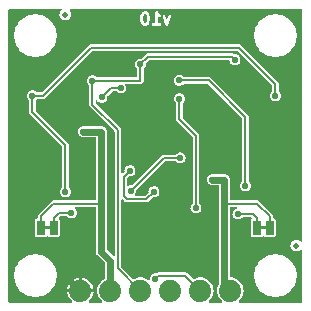
<source format=gbl>
%TF.GenerationSoftware,KiCad,Pcbnew,8.0.5*%
%TF.CreationDate,2024-09-30T10:49:06+01:00*%
%TF.ProjectId,Soft_Power_Switch,536f6674-5f50-46f7-9765-725f53776974,v01*%
%TF.SameCoordinates,Original*%
%TF.FileFunction,Copper,L2,Bot*%
%TF.FilePolarity,Positive*%
%FSLAX46Y46*%
G04 Gerber Fmt 4.6, Leading zero omitted, Abs format (unit mm)*
G04 Created by KiCad (PCBNEW 8.0.5) date 2024-09-30 10:49:06*
%MOMM*%
%LPD*%
G01*
G04 APERTURE LIST*
%ADD10C,0.254000*%
%TA.AperFunction,EtchedComponent*%
%ADD11C,0.000000*%
%TD*%
%TA.AperFunction,ComponentPad*%
%ADD12C,1.879600*%
%TD*%
%TA.AperFunction,SMDPad,CuDef*%
%ADD13C,0.500000*%
%TD*%
%TA.AperFunction,SMDPad,CuDef*%
%ADD14R,0.660400X1.270000*%
%TD*%
%TA.AperFunction,ViaPad*%
%ADD15C,0.560000*%
%TD*%
%TA.AperFunction,Conductor*%
%ADD16C,0.558800*%
%TD*%
%TA.AperFunction,Conductor*%
%ADD17C,0.177800*%
%TD*%
G04 APERTURE END LIST*
D10*
G36*
X11899053Y24663433D02*
G01*
X11918292Y24644194D01*
X11951220Y24578338D01*
X11992428Y24413506D01*
X11992428Y24202869D01*
X11951220Y24038037D01*
X11918292Y23972181D01*
X11899054Y23952944D01*
X11847543Y23927188D01*
X11810741Y23927188D01*
X11759229Y23952944D01*
X11739992Y23972181D01*
X11707064Y24038037D01*
X11665856Y24202869D01*
X11665856Y24413506D01*
X11707064Y24578338D01*
X11739992Y24644194D01*
X11759231Y24663433D01*
X11810741Y24689188D01*
X11847543Y24689188D01*
X11899053Y24663433D01*
G37*
G36*
X14162159Y23546188D02*
G01*
X11284856Y23546188D01*
X11284856Y24429140D01*
X11411856Y24429140D01*
X11411856Y24187235D01*
X11412281Y24182914D01*
X11412006Y24181061D01*
X11413377Y24171789D01*
X11414296Y24162459D01*
X11415012Y24160729D01*
X11415648Y24156433D01*
X11464029Y23962909D01*
X11464681Y23961082D01*
X11464747Y23960166D01*
X11468689Y23949866D01*
X11472405Y23939464D01*
X11472952Y23938726D01*
X11473645Y23936915D01*
X11522026Y23840153D01*
X11528739Y23829489D01*
X11530022Y23826391D01*
X11532883Y23822905D01*
X11535288Y23819084D01*
X11537821Y23816887D01*
X11545815Y23807146D01*
X11594196Y23758765D01*
X11603939Y23750769D01*
X11606135Y23748238D01*
X11609951Y23745836D01*
X11613441Y23742972D01*
X11616538Y23741689D01*
X11627204Y23734975D01*
X11723966Y23686595D01*
X11747218Y23677698D01*
X11751768Y23677375D01*
X11755985Y23675628D01*
X11780761Y23673188D01*
X11877523Y23673188D01*
X11902299Y23675628D01*
X11906515Y23677375D01*
X11911067Y23677698D01*
X11934318Y23686595D01*
X12031080Y23734975D01*
X12041746Y23741690D01*
X12044843Y23742972D01*
X12048329Y23745834D01*
X12052150Y23748238D01*
X12054347Y23750772D01*
X12064088Y23758765D01*
X12112469Y23807146D01*
X12120462Y23816887D01*
X12122996Y23819084D01*
X12125400Y23822905D01*
X12127090Y23824964D01*
X12381915Y23824964D01*
X12381915Y23775412D01*
X12400878Y23729631D01*
X12435918Y23694591D01*
X12481699Y23675628D01*
X12506475Y23673188D01*
X13087047Y23673188D01*
X13111823Y23675628D01*
X13157604Y23694591D01*
X13192644Y23729631D01*
X13211607Y23775412D01*
X13211607Y23824964D01*
X13192644Y23870745D01*
X13157604Y23905785D01*
X13111823Y23924748D01*
X13087047Y23927188D01*
X12923761Y23927188D01*
X12923761Y24466815D01*
X12933489Y24460691D01*
X13030251Y24412310D01*
X13053502Y24403412D01*
X13102931Y24399899D01*
X13149942Y24415570D01*
X13187377Y24448037D01*
X13192838Y24458959D01*
X13300077Y24458959D01*
X13306112Y24434806D01*
X13548017Y23757474D01*
X13558648Y23734962D01*
X13562925Y23730238D01*
X13565655Y23724474D01*
X13579437Y23711998D01*
X13591904Y23698226D01*
X13597663Y23695498D01*
X13602391Y23691218D01*
X13619896Y23684967D01*
X13636688Y23677012D01*
X13643053Y23676696D01*
X13649056Y23674552D01*
X13667617Y23675475D01*
X13686179Y23674552D01*
X13692181Y23676696D01*
X13698548Y23677012D01*
X13715343Y23684968D01*
X13732845Y23691218D01*
X13737570Y23695497D01*
X13743332Y23698225D01*
X13755803Y23712003D01*
X13769581Y23724474D01*
X13772309Y23730236D01*
X13776588Y23734961D01*
X13787219Y23757473D01*
X14029124Y24434806D01*
X14035159Y24458959D01*
X14032699Y24508451D01*
X14011486Y24553235D01*
X13974750Y24586491D01*
X13928084Y24603157D01*
X13878593Y24600697D01*
X13833809Y24579483D01*
X13800553Y24542747D01*
X13789922Y24520235D01*
X13667618Y24177786D01*
X13545314Y24520236D01*
X13534683Y24542748D01*
X13501427Y24579484D01*
X13456643Y24600697D01*
X13407151Y24603157D01*
X13360486Y24586491D01*
X13323750Y24553235D01*
X13302537Y24508451D01*
X13300077Y24458959D01*
X13192838Y24458959D01*
X13209537Y24492357D01*
X13213050Y24541786D01*
X13197379Y24588797D01*
X13164912Y24626232D01*
X13143843Y24639494D01*
X13065515Y24678658D01*
X12992215Y24751959D01*
X12902431Y24886635D01*
X12902375Y24886703D01*
X12902358Y24886745D01*
X12902263Y24886840D01*
X12886658Y24905896D01*
X12876209Y24912894D01*
X12867318Y24921785D01*
X12855823Y24926547D01*
X12845485Y24933470D01*
X12833154Y24935937D01*
X12821537Y24940748D01*
X12809094Y24940748D01*
X12796893Y24943188D01*
X12784560Y24940748D01*
X12771985Y24940748D01*
X12760487Y24935986D01*
X12748282Y24933571D01*
X12737820Y24926597D01*
X12726204Y24921785D01*
X12717406Y24912987D01*
X12707053Y24906085D01*
X12700055Y24895637D01*
X12691164Y24886745D01*
X12686402Y24875251D01*
X12679479Y24864912D01*
X12677012Y24852582D01*
X12672201Y24840964D01*
X12669786Y24816449D01*
X12669761Y24816320D01*
X12669769Y24816277D01*
X12669761Y24816188D01*
X12669761Y23927188D01*
X12506475Y23927188D01*
X12481699Y23924748D01*
X12435918Y23905785D01*
X12400878Y23870745D01*
X12381915Y23824964D01*
X12127090Y23824964D01*
X12128262Y23826391D01*
X12129544Y23829489D01*
X12136258Y23840153D01*
X12184639Y23936915D01*
X12185332Y23938728D01*
X12185879Y23939465D01*
X12189591Y23949858D01*
X12193537Y23960166D01*
X12193602Y23961082D01*
X12194255Y23962909D01*
X12242636Y24156433D01*
X12243271Y24160729D01*
X12243988Y24162459D01*
X12244906Y24171789D01*
X12246278Y24181061D01*
X12246002Y24182914D01*
X12246428Y24187235D01*
X12246428Y24429140D01*
X12246002Y24433462D01*
X12246278Y24435314D01*
X12244906Y24444587D01*
X12243988Y24453916D01*
X12243271Y24455647D01*
X12242636Y24459942D01*
X12194255Y24653466D01*
X12193602Y24655294D01*
X12193537Y24656209D01*
X12189591Y24666518D01*
X12185879Y24676910D01*
X12185332Y24677648D01*
X12184639Y24679460D01*
X12136258Y24776222D01*
X12129544Y24786887D01*
X12128262Y24789984D01*
X12125400Y24793471D01*
X12122996Y24797291D01*
X12120462Y24799489D01*
X12112469Y24809229D01*
X12064088Y24857610D01*
X12054347Y24865604D01*
X12052150Y24868137D01*
X12048329Y24870542D01*
X12044843Y24873403D01*
X12041745Y24874686D01*
X12031081Y24881399D01*
X11934319Y24929780D01*
X11911068Y24938678D01*
X11906515Y24939002D01*
X11902299Y24940748D01*
X11877523Y24943188D01*
X11780761Y24943188D01*
X11755985Y24940748D01*
X11751768Y24939002D01*
X11747216Y24938678D01*
X11723965Y24929780D01*
X11627203Y24881399D01*
X11616538Y24874686D01*
X11613441Y24873403D01*
X11609954Y24870542D01*
X11606134Y24868137D01*
X11603936Y24865604D01*
X11594196Y24857610D01*
X11545815Y24809229D01*
X11537821Y24799489D01*
X11535288Y24797291D01*
X11532883Y24793471D01*
X11530022Y24789984D01*
X11528739Y24786887D01*
X11522026Y24776222D01*
X11473645Y24679460D01*
X11472952Y24677650D01*
X11472405Y24676911D01*
X11468689Y24666510D01*
X11464747Y24656209D01*
X11464681Y24655294D01*
X11464029Y24653466D01*
X11415648Y24459942D01*
X11415012Y24455647D01*
X11414296Y24453916D01*
X11413377Y24444587D01*
X11412006Y24435314D01*
X11412281Y24433462D01*
X11411856Y24429140D01*
X11284856Y24429140D01*
X11284856Y25070188D01*
X14162159Y25070188D01*
X14162159Y23546188D01*
G37*
D11*
%TA.AperFunction,EtchedComponent*%
%TO.C,JP2*%
G36*
X22094000Y6454000D02*
G01*
X21594000Y6454000D01*
X21594000Y6754000D01*
X22094000Y6754000D01*
X22094000Y6454000D01*
G37*
%TD.AperFunction*%
%TA.AperFunction,EtchedComponent*%
%TO.C,JP1*%
G36*
X3806000Y6454000D02*
G01*
X3306000Y6454000D01*
X3306000Y6754000D01*
X3806000Y6754000D01*
X3806000Y6454000D01*
G37*
%TD.AperFunction*%
%TD*%
D12*
%TO.P,J3,1,Pin_1*%
%TO.N,VOUT*%
X19050000Y1270000D03*
%TO.P,J3,2,Pin_2*%
%TO.N,OFF*%
X16510000Y1270000D03*
%TO.P,J3,3,Pin_3*%
%TO.N,PUSH*%
X13970000Y1270000D03*
%TO.P,J3,4,Pin_4*%
%TO.N,BTN*%
X11430000Y1270000D03*
%TO.P,J3,5,Pin_5*%
%TO.N,VIN*%
X8890000Y1270000D03*
%TO.P,J3,6,Pin_6*%
%TO.N,GND*%
X6350000Y1270000D03*
%TD*%
D13*
%TO.P,FID3,*%
%TO.N,*%
X5080000Y24638000D03*
%TD*%
%TO.P,FID2,*%
%TO.N,*%
X24638000Y5080000D03*
%TD*%
D14*
%TO.P,JP2,1,A*%
%TO.N,Net-(JP2-A)*%
X21323300Y6604000D03*
%TO.P,JP2,2,B*%
%TO.N,VOUT*%
X22364700Y6604000D03*
%TD*%
%TO.P,JP1,1,A*%
%TO.N,Net-(JP1-A)*%
X4076700Y6604000D03*
%TO.P,JP1,2,B*%
%TO.N,VIN*%
X3035300Y6604000D03*
%TD*%
D15*
%TO.N,GND*%
X15138400Y10464800D03*
X12700000Y22987000D03*
X5080000Y20828000D03*
X18669000Y20447000D03*
X812800Y7874000D03*
X17145000Y7620000D03*
X22860000Y12700000D03*
X10414000Y12700000D03*
X10287000Y16891000D03*
X18034000Y24638000D03*
X19939000Y4064000D03*
X6604000Y17653000D03*
X12700000Y4699000D03*
X2540000Y12700000D03*
X6096000Y10668000D03*
X10668000Y18161000D03*
X24333200Y7772400D03*
X16764000Y14732000D03*
X5080000Y2540000D03*
X7366000Y24638000D03*
X5080000Y15494000D03*
X19050000Y14732000D03*
X8890000Y10668000D03*
X14732000Y14732000D03*
%TO.N,BTN*%
X11430000Y20447000D03*
X19431000Y20828000D03*
X7366000Y19050000D03*
%TO.N,Net-(C2-Pad1)*%
X5080000Y9652000D03*
X22860000Y17780000D03*
X2286000Y17780000D03*
%TO.N,VOUT*%
X18542000Y10668000D03*
X17526000Y10668000D03*
%TO.N,Net-(JP1-A)*%
X5588000Y7874000D03*
%TO.N,Net-(JP2-A)*%
X19685000Y7747000D03*
%TO.N,Net-(U4-CLK)*%
X14732000Y19063300D03*
X9765700Y18415000D03*
X20320000Y10160000D03*
X8166000Y17615000D03*
%TO.N,OFF*%
X12700000Y2286000D03*
%TO.N,VIN*%
X6604000Y14732000D03*
X8128000Y14732000D03*
%TO.N,Net-(Q3A-G)*%
X10541000Y11430000D03*
X12573000Y9652000D03*
%TO.N,Net-(Q3A-D)*%
X14793500Y12511500D03*
X10604500Y9715500D03*
%TO.N,EN*%
X14732000Y17526000D03*
X16129000Y8255000D03*
%TD*%
D16*
%TO.N,GND*%
X6350000Y1270000D02*
X5080000Y2540000D01*
D17*
%TO.N,BTN*%
X7366000Y17018000D02*
X7366000Y19050000D01*
X11430000Y19050000D02*
X7366000Y19050000D01*
X11430000Y20447000D02*
X11430000Y19050000D01*
X11430000Y1270000D02*
X9525000Y3175000D01*
X12065000Y21082000D02*
X11430000Y20447000D01*
X19431000Y20828000D02*
X19177000Y21082000D01*
X19177000Y21082000D02*
X12065000Y21082000D01*
X9525000Y14859000D02*
X7366000Y17018000D01*
X9525000Y3175000D02*
X9525000Y14859000D01*
%TO.N,Net-(C2-Pad1)*%
X2286000Y16383000D02*
X5080000Y13589000D01*
X2286000Y17780000D02*
X3175000Y17780000D01*
X3175000Y17780000D02*
X7239000Y21844000D01*
X5080000Y13589000D02*
X5080000Y9652000D01*
X2286000Y17780000D02*
X2286000Y16383000D01*
X19812000Y21844000D02*
X22860000Y18796000D01*
X22860000Y18796000D02*
X22860000Y17780000D01*
X7239000Y21844000D02*
X19812000Y21844000D01*
%TO.N,VOUT*%
X22364700Y6604000D02*
X22364700Y7607300D01*
X21336000Y8636000D02*
X18542000Y8636000D01*
X22364700Y7607300D02*
X21336000Y8636000D01*
D16*
X18542000Y1778000D02*
X19050000Y1270000D01*
X18542000Y8636000D02*
X18542000Y1778000D01*
X18542000Y10668000D02*
X18542000Y8636000D01*
X18542000Y10668000D02*
X17526000Y10668000D01*
D17*
%TO.N,Net-(JP1-A)*%
X4076700Y7378700D02*
X4076700Y6604000D01*
X5588000Y7874000D02*
X4572000Y7874000D01*
X4572000Y7874000D02*
X4076700Y7378700D01*
%TO.N,Net-(JP2-A)*%
X21323300Y7378700D02*
X21323300Y6604000D01*
X20955000Y7747000D02*
X21323300Y7378700D01*
X19685000Y7747000D02*
X20955000Y7747000D01*
%TO.N,Net-(U4-CLK)*%
X8166000Y17615000D02*
X8966000Y18415000D01*
X17258700Y19063300D02*
X20320000Y16002000D01*
X20320000Y16002000D02*
X20320000Y10160000D01*
X8966000Y18415000D02*
X9765700Y18415000D01*
X14732000Y19063300D02*
X17258700Y19063300D01*
%TO.N,OFF*%
X15240000Y2540000D02*
X16510000Y1270000D01*
X12954000Y2540000D02*
X15240000Y2540000D01*
X12700000Y2286000D02*
X12954000Y2540000D01*
D16*
%TO.N,VIN*%
X8890000Y1270000D02*
X8890000Y3810000D01*
X8128000Y8636000D02*
X8128000Y14732000D01*
X8128000Y4572000D02*
X8128000Y8636000D01*
X8890000Y3810000D02*
X8128000Y4572000D01*
X8128000Y14732000D02*
X6604000Y14732000D01*
D17*
X3035300Y7607300D02*
X4064000Y8636000D01*
X3035300Y6604000D02*
X3035300Y7607300D01*
X4064000Y8636000D02*
X8128000Y8636000D01*
%TO.N,Net-(Q3A-G)*%
X10033000Y9271000D02*
X10033000Y10922000D01*
X12573000Y9652000D02*
X11938000Y9017000D01*
X10287000Y9017000D02*
X10033000Y9271000D01*
X10033000Y10922000D02*
X10541000Y11430000D01*
X11938000Y9017000D02*
X10287000Y9017000D01*
%TO.N,Net-(Q3A-D)*%
X13400500Y12511500D02*
X10604500Y9715500D01*
X14793500Y12511500D02*
X13400500Y12511500D01*
%TO.N,EN*%
X16129000Y14375770D02*
X16129000Y8255000D01*
X14732000Y15772770D02*
X16129000Y14375770D01*
X14732000Y17526000D02*
X14732000Y15772770D01*
%TD*%
%TA.AperFunction,Conductor*%
%TO.N,GND*%
G36*
X4721521Y25124935D02*
G01*
X4751585Y25072864D01*
X4741144Y25013650D01*
X4731451Y25000038D01*
X4654622Y24911372D01*
X4594835Y24780457D01*
X4594833Y24780451D01*
X4574353Y24638004D01*
X4574353Y24637997D01*
X4594833Y24495550D01*
X4594834Y24495545D01*
X4594835Y24495543D01*
X4654623Y24364627D01*
X4748872Y24255857D01*
X4748874Y24255856D01*
X4748875Y24255855D01*
X4809969Y24216592D01*
X4869947Y24178047D01*
X5008039Y24137500D01*
X5008040Y24137500D01*
X5151960Y24137500D01*
X5151961Y24137500D01*
X5290053Y24178047D01*
X5411128Y24255857D01*
X5505377Y24364627D01*
X5565165Y24495543D01*
X5575670Y24568608D01*
X5585647Y24637997D01*
X5585647Y24638004D01*
X5565166Y24780451D01*
X5565165Y24780452D01*
X5565165Y24780457D01*
X5505377Y24911373D01*
X5428549Y25000038D01*
X5407091Y25056206D01*
X5426757Y25113026D01*
X5478346Y25143912D01*
X5494980Y25145500D01*
X25057600Y25145500D01*
X25114101Y25124935D01*
X25144165Y25072864D01*
X25145500Y25057600D01*
X25145500Y5494268D01*
X25124935Y5437767D01*
X25072864Y5407703D01*
X25013650Y5418144D01*
X24991170Y5436706D01*
X24969133Y5462138D01*
X24969129Y5462142D01*
X24969128Y5462143D01*
X24969125Y5462145D01*
X24969124Y5462146D01*
X24848054Y5539953D01*
X24848050Y5539954D01*
X24709967Y5580499D01*
X24709961Y5580500D01*
X24566039Y5580500D01*
X24566038Y5580500D01*
X24566032Y5580499D01*
X24427949Y5539954D01*
X24427945Y5539953D01*
X24306875Y5462146D01*
X24306870Y5462142D01*
X24212622Y5353372D01*
X24152835Y5222457D01*
X24152833Y5222451D01*
X24132353Y5080004D01*
X24132353Y5079997D01*
X24152833Y4937550D01*
X24152834Y4937545D01*
X24152835Y4937543D01*
X24212623Y4806627D01*
X24251651Y4761586D01*
X24306867Y4697862D01*
X24306872Y4697857D01*
X24306874Y4697856D01*
X24306875Y4697855D01*
X24312120Y4694484D01*
X24427947Y4620047D01*
X24566039Y4579500D01*
X24566040Y4579500D01*
X24709960Y4579500D01*
X24709961Y4579500D01*
X24848053Y4620047D01*
X24969128Y4697857D01*
X24991169Y4723295D01*
X25043710Y4752529D01*
X25102751Y4741151D01*
X25140665Y4694484D01*
X25145500Y4665733D01*
X25145500Y342400D01*
X25124935Y285899D01*
X25072864Y255835D01*
X25057600Y254500D01*
X19822598Y254500D01*
X19766097Y275065D01*
X19736033Y327136D01*
X19746474Y386350D01*
X19763380Y407359D01*
X19787057Y428945D01*
X19879826Y513514D01*
X20004700Y678875D01*
X20097064Y864365D01*
X20153771Y1063670D01*
X20172890Y1270000D01*
X20153771Y1476330D01*
X20136352Y1537550D01*
X20123728Y1581920D01*
X20097064Y1675635D01*
X20004700Y1861125D01*
X19879826Y2026486D01*
X19777311Y2119941D01*
X19726694Y2166085D01*
X19726685Y2166091D01*
X19550517Y2275169D01*
X19550511Y2275172D01*
X19357296Y2350023D01*
X19357284Y2350027D01*
X19153609Y2388100D01*
X19153607Y2388100D01*
X19087600Y2388100D01*
X19031099Y2408665D01*
X19001035Y2460736D01*
X18999700Y2476000D01*
X18999700Y2658013D01*
X21059500Y2658013D01*
X21059500Y2421988D01*
X21090307Y2187986D01*
X21090310Y2187974D01*
X21131118Y2035676D01*
X21151394Y1960007D01*
X21195132Y1854414D01*
X21241713Y1741957D01*
X21241714Y1741955D01*
X21241716Y1741951D01*
X21320390Y1605684D01*
X21359728Y1537548D01*
X21406769Y1476243D01*
X21503408Y1350301D01*
X21670301Y1183408D01*
X21670304Y1183406D01*
X21826350Y1063667D01*
X21857550Y1039727D01*
X22061951Y921716D01*
X22280007Y831394D01*
X22507986Y770307D01*
X22687541Y746669D01*
X22741987Y739500D01*
X22741989Y739500D01*
X22978013Y739500D01*
X23026784Y745922D01*
X23212014Y770307D01*
X23439993Y831394D01*
X23658049Y921716D01*
X23862450Y1039727D01*
X24049699Y1183408D01*
X24216592Y1350301D01*
X24360273Y1537550D01*
X24478284Y1741951D01*
X24568606Y1960007D01*
X24629693Y2187986D01*
X24658746Y2408665D01*
X24660500Y2421988D01*
X24660500Y2658013D01*
X24649096Y2744634D01*
X24629693Y2892014D01*
X24568606Y3119993D01*
X24478284Y3338049D01*
X24360273Y3542450D01*
X24216592Y3729699D01*
X24049699Y3896592D01*
X24028208Y3913082D01*
X23862452Y4040272D01*
X23774529Y4091034D01*
X23658049Y4158284D01*
X23658047Y4158285D01*
X23658045Y4158286D01*
X23658043Y4158287D01*
X23556059Y4200530D01*
X23439993Y4248606D01*
X23439986Y4248608D01*
X23212026Y4309690D01*
X23212014Y4309693D01*
X22978013Y4340500D01*
X22978011Y4340500D01*
X22741989Y4340500D01*
X22741987Y4340500D01*
X22507985Y4309693D01*
X22507973Y4309690D01*
X22280013Y4248608D01*
X22280009Y4248607D01*
X22280007Y4248606D01*
X22280005Y4248605D01*
X22061956Y4158287D01*
X22061954Y4158286D01*
X21857547Y4040272D01*
X21670304Y3896595D01*
X21503405Y3729696D01*
X21359728Y3542453D01*
X21241714Y3338046D01*
X21241713Y3338044D01*
X21151395Y3119995D01*
X21151392Y3119987D01*
X21090310Y2892027D01*
X21090307Y2892015D01*
X21059500Y2658013D01*
X18999700Y2658013D01*
X18999700Y8280900D01*
X19020265Y8337401D01*
X19072336Y8367465D01*
X19087600Y8368800D01*
X19564578Y8368800D01*
X19621079Y8348235D01*
X19651143Y8296164D01*
X19640702Y8236950D01*
X19594642Y8198301D01*
X19589343Y8196561D01*
X19492657Y8168171D01*
X19492653Y8168170D01*
X19381794Y8096925D01*
X19381789Y8096920D01*
X19295489Y7997326D01*
X19240742Y7877446D01*
X19240740Y7877440D01*
X19221987Y7747004D01*
X19221987Y7746997D01*
X19240740Y7616561D01*
X19240741Y7616556D01*
X19240742Y7616554D01*
X19256954Y7581055D01*
X19295489Y7496675D01*
X19336400Y7449462D01*
X19381791Y7397078D01*
X19381793Y7397077D01*
X19381794Y7397076D01*
X19492653Y7325831D01*
X19492654Y7325831D01*
X19492657Y7325829D01*
X19578782Y7300541D01*
X19619101Y7288701D01*
X19619104Y7288701D01*
X19619106Y7288700D01*
X19619107Y7288700D01*
X19750893Y7288700D01*
X19750894Y7288700D01*
X19750896Y7288701D01*
X19750898Y7288701D01*
X19765927Y7293115D01*
X19877343Y7325829D01*
X19988209Y7397078D01*
X20033600Y7449462D01*
X20086142Y7478696D01*
X20100030Y7479800D01*
X20775109Y7479800D01*
X20831610Y7459235D01*
X20861674Y7407164D01*
X20851233Y7347950D01*
X20848200Y7343074D01*
X20836678Y7325829D01*
X20825145Y7308569D01*
X20814800Y7256560D01*
X20814800Y5951437D01*
X20814801Y5951435D01*
X20825143Y5899435D01*
X20825143Y5899434D01*
X20825144Y5899432D01*
X20825145Y5899431D01*
X20864553Y5840453D01*
X20923531Y5801045D01*
X20975539Y5790700D01*
X21671060Y5790701D01*
X21671063Y5790701D01*
X21671065Y5790702D01*
X21723065Y5801044D01*
X21723066Y5801044D01*
X21723066Y5801045D01*
X21723069Y5801045D01*
X21782047Y5840453D01*
X21782047Y5840454D01*
X21789245Y5845263D01*
X21790039Y5844074D01*
X21836339Y5865663D01*
X21894417Y5850100D01*
X21905766Y5840579D01*
X21905951Y5840455D01*
X21905953Y5840453D01*
X21964931Y5801045D01*
X22016939Y5790700D01*
X22712460Y5790701D01*
X22712463Y5790701D01*
X22712465Y5790702D01*
X22764465Y5801044D01*
X22764466Y5801044D01*
X22764466Y5801045D01*
X22764469Y5801045D01*
X22823447Y5840453D01*
X22862855Y5899431D01*
X22873200Y5951439D01*
X22873199Y7256560D01*
X22873199Y7256561D01*
X22873199Y7256564D01*
X22873198Y7256566D01*
X22862856Y7308566D01*
X22862856Y7308567D01*
X22851322Y7325829D01*
X22823447Y7367547D01*
X22764469Y7406955D01*
X22733827Y7413050D01*
X22712452Y7417302D01*
X22711169Y7417428D01*
X22710711Y7417648D01*
X22708226Y7418142D01*
X22708352Y7418780D01*
X22656960Y7443441D01*
X22632155Y7498213D01*
X22631900Y7504903D01*
X22631900Y7660448D01*
X22631900Y7660449D01*
X22591221Y7758657D01*
X22591219Y7758659D01*
X22516057Y7833822D01*
X22516057Y7833821D01*
X21487357Y8862521D01*
X21487355Y8862522D01*
X21487356Y8862522D01*
X21429827Y8886351D01*
X21389149Y8903200D01*
X21389148Y8903200D01*
X19087600Y8903200D01*
X19031099Y8923765D01*
X19001035Y8975836D01*
X18999700Y8991100D01*
X18999700Y10624763D01*
X19000595Y10637273D01*
X19005013Y10667999D01*
X19005013Y10668002D01*
X19000595Y10698730D01*
X18999700Y10711239D01*
X18999700Y10728258D01*
X18993824Y10750187D01*
X18991725Y10760416D01*
X18986258Y10798446D01*
X18976320Y10820208D01*
X18971375Y10833964D01*
X18968508Y10844665D01*
X18954530Y10868876D01*
X18950701Y10876303D01*
X18931511Y10918323D01*
X18931511Y10918324D01*
X18920432Y10931110D01*
X18910746Y10944713D01*
X18908251Y10949034D01*
X18885365Y10971920D01*
X18881103Y10976498D01*
X18845209Y11017922D01*
X18845208Y11017923D01*
X18845204Y11017926D01*
X18836794Y11023331D01*
X18827408Y11030894D01*
X18823033Y11034252D01*
X18810869Y11041275D01*
X18793015Y11051583D01*
X18789466Y11053746D01*
X18758950Y11073357D01*
X18734343Y11089171D01*
X18734340Y11089173D01*
X18729265Y11090663D01*
X18720409Y11093786D01*
X18718662Y11094510D01*
X18691138Y11101885D01*
X18689127Y11102449D01*
X18607896Y11126300D01*
X18607894Y11126300D01*
X18476106Y11126300D01*
X18474032Y11126300D01*
X18465645Y11125700D01*
X17602355Y11125700D01*
X17593968Y11126300D01*
X17591894Y11126300D01*
X17460106Y11126300D01*
X17460103Y11126300D01*
X17378882Y11102452D01*
X17376872Y11101888D01*
X17349332Y11094508D01*
X17347594Y11093788D01*
X17338742Y11090665D01*
X17333659Y11089172D01*
X17333651Y11089169D01*
X17278547Y11053757D01*
X17274981Y11051583D01*
X17244968Y11034253D01*
X17240626Y11030922D01*
X17231210Y11023333D01*
X17222791Y11017922D01*
X17222790Y11017921D01*
X17186894Y10976497D01*
X17182622Y10971908D01*
X17159748Y10949034D01*
X17157253Y10944712D01*
X17147566Y10931109D01*
X17136487Y10918324D01*
X17117294Y10876299D01*
X17113466Y10868873D01*
X17099491Y10844665D01*
X17096624Y10833964D01*
X17091678Y10820206D01*
X17081743Y10798451D01*
X17081742Y10798447D01*
X17076274Y10760422D01*
X17074176Y10750191D01*
X17074175Y10750187D01*
X17068301Y10728258D01*
X17068300Y10728256D01*
X17068300Y10711239D01*
X17067405Y10698730D01*
X17062987Y10668002D01*
X17062987Y10667999D01*
X17067405Y10637273D01*
X17068300Y10624763D01*
X17068300Y10607742D01*
X17074174Y10585817D01*
X17076273Y10575584D01*
X17078985Y10556727D01*
X17081742Y10537554D01*
X17081742Y10537553D01*
X17081743Y10537551D01*
X17091675Y10515801D01*
X17096621Y10502044D01*
X17099490Y10491340D01*
X17099492Y10491335D01*
X17113465Y10467132D01*
X17117296Y10459700D01*
X17136488Y10417677D01*
X17147564Y10404894D01*
X17157250Y10391294D01*
X17159749Y10386966D01*
X17182634Y10364081D01*
X17186896Y10359503D01*
X17217924Y10323695D01*
X17222790Y10318079D01*
X17222793Y10318077D01*
X17231197Y10312676D01*
X17240612Y10305090D01*
X17244965Y10301750D01*
X17244966Y10301749D01*
X17264349Y10290559D01*
X17274982Y10284419D01*
X17278553Y10282242D01*
X17333657Y10246829D01*
X17338725Y10245341D01*
X17347605Y10242208D01*
X17349331Y10241493D01*
X17376904Y10234105D01*
X17378919Y10233539D01*
X17460101Y10209701D01*
X17460104Y10209701D01*
X17460106Y10209700D01*
X17460107Y10209700D01*
X17593968Y10209700D01*
X17602355Y10210300D01*
X17996400Y10210300D01*
X18052901Y10189735D01*
X18082965Y10137664D01*
X18084300Y10122400D01*
X18084300Y1859710D01*
X18075085Y1820530D01*
X18002937Y1675639D01*
X18002934Y1675629D01*
X17946229Y1476335D01*
X17946229Y1476334D01*
X17927110Y1270001D01*
X17927110Y1270000D01*
X17946229Y1063667D01*
X17946229Y1063666D01*
X17986619Y921714D01*
X18002936Y864365D01*
X18095300Y678875D01*
X18220174Y513514D01*
X18299441Y441252D01*
X18336620Y407359D01*
X18364520Y354097D01*
X18351657Y295362D01*
X18304049Y258636D01*
X18277402Y254500D01*
X17282598Y254500D01*
X17226097Y275065D01*
X17196033Y327136D01*
X17206474Y386350D01*
X17223380Y407359D01*
X17247057Y428945D01*
X17339826Y513514D01*
X17464700Y678875D01*
X17557064Y864365D01*
X17613771Y1063670D01*
X17632890Y1270000D01*
X17613771Y1476330D01*
X17596352Y1537550D01*
X17583728Y1581920D01*
X17557064Y1675635D01*
X17464700Y1861125D01*
X17339826Y2026486D01*
X17237311Y2119941D01*
X17186694Y2166085D01*
X17186685Y2166091D01*
X17010517Y2275169D01*
X17010511Y2275172D01*
X16817296Y2350023D01*
X16817284Y2350027D01*
X16613609Y2388100D01*
X16613607Y2388100D01*
X16406393Y2388100D01*
X16406390Y2388100D01*
X16202715Y2350027D01*
X16202703Y2350023D01*
X16009483Y2275170D01*
X16009480Y2275168D01*
X15990382Y2263343D01*
X15931517Y2251085D01*
X15881955Y2275923D01*
X15681878Y2476000D01*
X15391357Y2766521D01*
X15391355Y2766522D01*
X15391356Y2766522D01*
X15333827Y2790351D01*
X15293149Y2807200D01*
X13007149Y2807200D01*
X12900851Y2807200D01*
X12838919Y2781548D01*
X12802640Y2766520D01*
X12795445Y2761712D01*
X12793747Y2764254D01*
X12751674Y2744634D01*
X12744013Y2744300D01*
X12634101Y2744300D01*
X12507657Y2707171D01*
X12507653Y2707170D01*
X12396794Y2635925D01*
X12396789Y2635920D01*
X12310489Y2536326D01*
X12255742Y2416446D01*
X12255740Y2416440D01*
X12236987Y2286004D01*
X12236987Y2285997D01*
X12241851Y2252166D01*
X12229537Y2193314D01*
X12182273Y2156146D01*
X12122177Y2158054D01*
X12108573Y2164923D01*
X11930517Y2275169D01*
X11930511Y2275172D01*
X11737296Y2350023D01*
X11737284Y2350027D01*
X11533609Y2388100D01*
X11533607Y2388100D01*
X11326393Y2388100D01*
X11326390Y2388100D01*
X11122715Y2350027D01*
X11122703Y2350023D01*
X10929483Y2275170D01*
X10929480Y2275168D01*
X10910382Y2263343D01*
X10851517Y2251085D01*
X10801955Y2275923D01*
X9817945Y3259933D01*
X9792534Y3314427D01*
X9792200Y3322088D01*
X9792200Y8921713D01*
X9812765Y8978214D01*
X9864836Y9008278D01*
X9924050Y8997837D01*
X9942255Y8983867D01*
X10060478Y8865643D01*
X10135641Y8790481D01*
X10135643Y8790479D01*
X10233851Y8749800D01*
X10233852Y8749800D01*
X11991148Y8749800D01*
X11991149Y8749800D01*
X12089357Y8790479D01*
X12466832Y9167956D01*
X12521326Y9193366D01*
X12528987Y9193700D01*
X12638893Y9193700D01*
X12638894Y9193700D01*
X12638896Y9193701D01*
X12638898Y9193701D01*
X12653927Y9198115D01*
X12765343Y9230829D01*
X12876209Y9302078D01*
X12962511Y9401676D01*
X13017258Y9521554D01*
X13017534Y9523478D01*
X13036013Y9651997D01*
X13036013Y9652004D01*
X13017259Y9782440D01*
X13017258Y9782441D01*
X13017258Y9782446D01*
X12962511Y9902324D01*
X12962510Y9902325D01*
X12962510Y9902326D01*
X12919360Y9952123D01*
X12876209Y10001922D01*
X12876206Y10001924D01*
X12876205Y10001925D01*
X12765346Y10073170D01*
X12765343Y10073171D01*
X12740053Y10080597D01*
X12638898Y10110300D01*
X12638894Y10110300D01*
X12507106Y10110300D01*
X12507101Y10110300D01*
X12380657Y10073171D01*
X12380653Y10073170D01*
X12269794Y10001925D01*
X12269789Y10001920D01*
X12183489Y9902326D01*
X12128742Y9782446D01*
X12128740Y9782440D01*
X12109987Y9652004D01*
X12109987Y9652002D01*
X12109987Y9652000D01*
X12114427Y9621119D01*
X12102111Y9562267D01*
X12089576Y9546457D01*
X11853067Y9309946D01*
X11798573Y9284535D01*
X11790912Y9284200D01*
X11029668Y9284200D01*
X10973167Y9304765D01*
X10943103Y9356836D01*
X10953544Y9416050D01*
X10963238Y9429662D01*
X10994010Y9465175D01*
X10994009Y9465175D01*
X10994011Y9465176D01*
X11048758Y9585054D01*
X11067513Y9715500D01*
X11063073Y9746382D01*
X11075387Y9805235D01*
X11087919Y9821043D01*
X13485433Y12218555D01*
X13539927Y12243966D01*
X13547588Y12244300D01*
X14378470Y12244300D01*
X14434971Y12223735D01*
X14444900Y12213962D01*
X14490291Y12161578D01*
X14490293Y12161577D01*
X14490294Y12161576D01*
X14601153Y12090331D01*
X14601154Y12090331D01*
X14601157Y12090329D01*
X14687282Y12065041D01*
X14727601Y12053201D01*
X14727604Y12053201D01*
X14727606Y12053200D01*
X14727607Y12053200D01*
X14859393Y12053200D01*
X14859394Y12053200D01*
X14859396Y12053201D01*
X14859398Y12053201D01*
X14874427Y12057615D01*
X14985843Y12090329D01*
X15096709Y12161578D01*
X15183011Y12261176D01*
X15237758Y12381054D01*
X15256513Y12511500D01*
X15256513Y12511504D01*
X15237759Y12641940D01*
X15237758Y12641941D01*
X15237758Y12641946D01*
X15183011Y12761824D01*
X15183010Y12761825D01*
X15183010Y12761826D01*
X15139860Y12811623D01*
X15096709Y12861422D01*
X15096706Y12861424D01*
X15096705Y12861425D01*
X14985846Y12932670D01*
X14985843Y12932671D01*
X14960553Y12940097D01*
X14859398Y12969800D01*
X14859394Y12969800D01*
X14727606Y12969800D01*
X14727601Y12969800D01*
X14601157Y12932671D01*
X14601153Y12932670D01*
X14490294Y12861425D01*
X14490289Y12861420D01*
X14444900Y12809038D01*
X14392358Y12779804D01*
X14378470Y12778700D01*
X13453649Y12778700D01*
X13347351Y12778700D01*
X13306673Y12761851D01*
X13249144Y12738022D01*
X10710666Y10199545D01*
X10656172Y10174134D01*
X10648511Y10173800D01*
X10538601Y10173800D01*
X10412865Y10136879D01*
X10352859Y10140692D01*
X10309342Y10182184D01*
X10300200Y10221218D01*
X10300200Y10774914D01*
X10320765Y10831415D01*
X10325924Y10837048D01*
X10434833Y10945957D01*
X10489325Y10971366D01*
X10496986Y10971700D01*
X10606893Y10971700D01*
X10606894Y10971700D01*
X10606896Y10971701D01*
X10606898Y10971701D01*
X10623285Y10976513D01*
X10733343Y11008829D01*
X10844209Y11080078D01*
X10930511Y11179676D01*
X10985258Y11299554D01*
X10985534Y11301478D01*
X11004013Y11429997D01*
X11004013Y11430004D01*
X10985259Y11560440D01*
X10985258Y11560441D01*
X10985258Y11560446D01*
X10930511Y11680324D01*
X10930510Y11680325D01*
X10930510Y11680326D01*
X10887360Y11730123D01*
X10844209Y11779922D01*
X10844206Y11779924D01*
X10844205Y11779925D01*
X10733346Y11851170D01*
X10733343Y11851171D01*
X10708053Y11858597D01*
X10606898Y11888300D01*
X10606894Y11888300D01*
X10475106Y11888300D01*
X10475101Y11888300D01*
X10348657Y11851171D01*
X10348653Y11851170D01*
X10237794Y11779925D01*
X10237789Y11779920D01*
X10151489Y11680326D01*
X10096742Y11560446D01*
X10096740Y11560440D01*
X10077987Y11430004D01*
X10077987Y11430002D01*
X10077987Y11430000D01*
X10082427Y11399119D01*
X10070111Y11340267D01*
X10057576Y11324457D01*
X9942255Y11209135D01*
X9887761Y11183724D01*
X9829683Y11199285D01*
X9795195Y11248538D01*
X9792200Y11271289D01*
X9792200Y14912148D01*
X9792200Y14912149D01*
X9751521Y15010357D01*
X9721365Y15040513D01*
X9676357Y15085522D01*
X9676357Y15085521D01*
X7658945Y17102933D01*
X7633534Y17157427D01*
X7633200Y17165088D01*
X7633200Y17294372D01*
X7653765Y17350873D01*
X7705836Y17380937D01*
X7765050Y17370496D01*
X7787529Y17351935D01*
X7862791Y17265078D01*
X7862793Y17265077D01*
X7862794Y17265076D01*
X7973653Y17193831D01*
X7973654Y17193831D01*
X7973657Y17193829D01*
X8048129Y17171962D01*
X8100101Y17156701D01*
X8100104Y17156701D01*
X8100106Y17156700D01*
X8100107Y17156700D01*
X8231893Y17156700D01*
X8231894Y17156700D01*
X8231896Y17156701D01*
X8231898Y17156701D01*
X8248040Y17161441D01*
X8358343Y17193829D01*
X8469209Y17265078D01*
X8555511Y17364676D01*
X8610258Y17484554D01*
X8616217Y17526004D01*
X14268987Y17526004D01*
X14268987Y17525997D01*
X14287740Y17395561D01*
X14287741Y17395556D01*
X14287742Y17395554D01*
X14342489Y17275676D01*
X14413408Y17193831D01*
X14428790Y17176079D01*
X14433542Y17171962D01*
X14431486Y17169590D01*
X14460824Y17131078D01*
X14464800Y17104940D01*
X14464800Y15825919D01*
X14464800Y15719621D01*
X14505479Y15621413D01*
X15836055Y14290837D01*
X15861466Y14236344D01*
X15861800Y14228683D01*
X15861800Y8676061D01*
X15841235Y8619560D01*
X15830000Y8609667D01*
X15830543Y8609040D01*
X15825792Y8604924D01*
X15739488Y8505323D01*
X15684742Y8385446D01*
X15684740Y8385440D01*
X15665987Y8255004D01*
X15665987Y8254997D01*
X15684740Y8124561D01*
X15684741Y8124556D01*
X15684742Y8124554D01*
X15684847Y8124324D01*
X15739489Y8004675D01*
X15766484Y7973522D01*
X15825791Y7905078D01*
X15825793Y7905077D01*
X15825794Y7905076D01*
X15936653Y7833831D01*
X15936654Y7833831D01*
X15936657Y7833829D01*
X16022782Y7808541D01*
X16063101Y7796701D01*
X16063104Y7796701D01*
X16063106Y7796700D01*
X16063107Y7796700D01*
X16194893Y7796700D01*
X16194894Y7796700D01*
X16194896Y7796701D01*
X16194898Y7796701D01*
X16209927Y7801115D01*
X16321343Y7833829D01*
X16432209Y7905078D01*
X16518511Y8004676D01*
X16573258Y8124554D01*
X16583861Y8198301D01*
X16592013Y8254997D01*
X16592013Y8255004D01*
X16573259Y8385440D01*
X16573258Y8385441D01*
X16573258Y8385446D01*
X16518511Y8505324D01*
X16432209Y8604922D01*
X16432208Y8604923D01*
X16432207Y8604924D01*
X16427457Y8609040D01*
X16429505Y8611405D01*
X16400162Y8649969D01*
X16396200Y8676061D01*
X16396200Y14428918D01*
X16396200Y14428919D01*
X16355521Y14527127D01*
X16327308Y14555340D01*
X16280357Y14602292D01*
X16280357Y14602291D01*
X15024945Y15857703D01*
X14999534Y15912197D01*
X14999200Y15919858D01*
X14999200Y17104940D01*
X15019765Y17161441D01*
X15031003Y17171333D01*
X15030458Y17171962D01*
X15035204Y17176076D01*
X15035209Y17176078D01*
X15121511Y17275676D01*
X15176258Y17395554D01*
X15180630Y17425962D01*
X15195013Y17525997D01*
X15195013Y17526004D01*
X15176259Y17656440D01*
X15176258Y17656441D01*
X15176258Y17656446D01*
X15121511Y17776324D01*
X15121510Y17776325D01*
X15121510Y17776326D01*
X15078360Y17826123D01*
X15035209Y17875922D01*
X15035206Y17875924D01*
X15035205Y17875925D01*
X14924346Y17947170D01*
X14924343Y17947171D01*
X14899053Y17954597D01*
X14797898Y17984300D01*
X14797894Y17984300D01*
X14666106Y17984300D01*
X14666101Y17984300D01*
X14539657Y17947171D01*
X14539653Y17947170D01*
X14428794Y17875925D01*
X14428789Y17875920D01*
X14342489Y17776326D01*
X14287742Y17656446D01*
X14287740Y17656440D01*
X14268987Y17526004D01*
X8616217Y17526004D01*
X8616745Y17529675D01*
X8629013Y17614997D01*
X8629013Y17615002D01*
X8624573Y17645881D01*
X8636887Y17704734D01*
X8649423Y17720546D01*
X9050933Y18122055D01*
X9105427Y18147466D01*
X9113088Y18147800D01*
X9350670Y18147800D01*
X9407171Y18127235D01*
X9417100Y18117462D01*
X9462491Y18065078D01*
X9462493Y18065077D01*
X9462494Y18065076D01*
X9573353Y17993831D01*
X9573354Y17993831D01*
X9573357Y17993829D01*
X9659482Y17968541D01*
X9699801Y17956701D01*
X9699804Y17956701D01*
X9699806Y17956700D01*
X9699807Y17956700D01*
X9831593Y17956700D01*
X9831594Y17956700D01*
X9831596Y17956701D01*
X9831598Y17956701D01*
X9859595Y17964922D01*
X9958043Y17993829D01*
X10068909Y18065078D01*
X10155211Y18164676D01*
X10209958Y18284554D01*
X10228713Y18415000D01*
X10228713Y18415004D01*
X10209959Y18545440D01*
X10209958Y18545441D01*
X10209958Y18545446D01*
X10159890Y18655078D01*
X10158380Y18658385D01*
X10153615Y18718323D01*
X10188492Y18767301D01*
X10238337Y18782800D01*
X11483148Y18782800D01*
X11483149Y18782800D01*
X11581357Y18823479D01*
X11656521Y18898643D01*
X11697200Y18996851D01*
X11697200Y19063304D01*
X14268987Y19063304D01*
X14268987Y19063297D01*
X14287740Y18932861D01*
X14287742Y18932855D01*
X14342489Y18812975D01*
X14383400Y18765762D01*
X14428791Y18713378D01*
X14428793Y18713377D01*
X14428794Y18713376D01*
X14539653Y18642131D01*
X14539654Y18642131D01*
X14539657Y18642129D01*
X14625782Y18616841D01*
X14666101Y18605001D01*
X14666104Y18605001D01*
X14666106Y18605000D01*
X14666107Y18605000D01*
X14797893Y18605000D01*
X14797894Y18605000D01*
X14797896Y18605001D01*
X14797898Y18605001D01*
X14812927Y18609415D01*
X14924343Y18642129D01*
X15035209Y18713378D01*
X15080600Y18765762D01*
X15133142Y18794996D01*
X15147030Y18796100D01*
X17111612Y18796100D01*
X17168113Y18775535D01*
X17173767Y18770355D01*
X20027055Y15917067D01*
X20052466Y15862573D01*
X20052800Y15854912D01*
X20052800Y10581061D01*
X20032235Y10524560D01*
X20021000Y10514667D01*
X20021543Y10514040D01*
X20016792Y10509924D01*
X19930488Y10410323D01*
X19875742Y10290446D01*
X19875740Y10290440D01*
X19856987Y10160004D01*
X19856987Y10159997D01*
X19875740Y10029561D01*
X19875741Y10029556D01*
X19875742Y10029554D01*
X19888361Y10001922D01*
X19930489Y9909675D01*
X19936860Y9902323D01*
X20016791Y9810078D01*
X20016793Y9810077D01*
X20016794Y9810076D01*
X20127653Y9738831D01*
X20127654Y9738831D01*
X20127657Y9738829D01*
X20207101Y9715502D01*
X20254101Y9701701D01*
X20254104Y9701701D01*
X20254106Y9701700D01*
X20254107Y9701700D01*
X20385893Y9701700D01*
X20385894Y9701700D01*
X20385896Y9701701D01*
X20385898Y9701701D01*
X20400927Y9706115D01*
X20512343Y9738829D01*
X20623209Y9810078D01*
X20709511Y9909676D01*
X20764258Y10029554D01*
X20770529Y10073171D01*
X20783013Y10159997D01*
X20783013Y10160004D01*
X20764259Y10290440D01*
X20764258Y10290441D01*
X20764258Y10290446D01*
X20709511Y10410324D01*
X20623209Y10509922D01*
X20623208Y10509923D01*
X20623207Y10509924D01*
X20618457Y10514040D01*
X20620505Y10516405D01*
X20591162Y10554969D01*
X20587200Y10581061D01*
X20587200Y16055148D01*
X20587200Y16055149D01*
X20546521Y16153357D01*
X20546519Y16153359D01*
X20471357Y16228522D01*
X20471357Y16228521D01*
X17410057Y19289821D01*
X17384700Y19300324D01*
X17352591Y19313624D01*
X17311849Y19330500D01*
X17311848Y19330500D01*
X15147030Y19330500D01*
X15090529Y19351065D01*
X15080600Y19360838D01*
X15046735Y19399920D01*
X15035209Y19413222D01*
X15035206Y19413224D01*
X15035205Y19413225D01*
X14924346Y19484470D01*
X14924343Y19484471D01*
X14899053Y19491897D01*
X14797898Y19521600D01*
X14797894Y19521600D01*
X14666106Y19521600D01*
X14666101Y19521600D01*
X14539657Y19484471D01*
X14539653Y19484470D01*
X14428794Y19413225D01*
X14428789Y19413220D01*
X14342489Y19313626D01*
X14287742Y19193746D01*
X14287740Y19193740D01*
X14268987Y19063304D01*
X11697200Y19063304D01*
X11697200Y20025940D01*
X11717765Y20082441D01*
X11729003Y20092333D01*
X11728458Y20092962D01*
X11733204Y20097076D01*
X11733209Y20097078D01*
X11819511Y20196676D01*
X11874258Y20316554D01*
X11881899Y20369701D01*
X11893013Y20446997D01*
X11893013Y20447002D01*
X11888573Y20477881D01*
X11900887Y20536734D01*
X11913423Y20552546D01*
X12149933Y20789055D01*
X12204427Y20814466D01*
X12212088Y20814800D01*
X18893719Y20814800D01*
X18950220Y20794235D01*
X18980284Y20742164D01*
X18980724Y20739408D01*
X18986740Y20697561D01*
X18986741Y20697556D01*
X18986742Y20697554D01*
X18986847Y20697324D01*
X19041489Y20577675D01*
X19041693Y20577440D01*
X19127791Y20478078D01*
X19127793Y20478077D01*
X19127794Y20478076D01*
X19238653Y20406831D01*
X19238654Y20406831D01*
X19238657Y20406829D01*
X19324782Y20381541D01*
X19365101Y20369701D01*
X19365104Y20369701D01*
X19365106Y20369700D01*
X19365107Y20369700D01*
X19496893Y20369700D01*
X19496894Y20369700D01*
X19496896Y20369701D01*
X19496898Y20369701D01*
X19511927Y20374115D01*
X19623343Y20406829D01*
X19734209Y20478078D01*
X19820511Y20577676D01*
X19875258Y20697554D01*
X19888414Y20789055D01*
X19894013Y20827997D01*
X19894013Y20828004D01*
X19875259Y20958440D01*
X19875258Y20958441D01*
X19875258Y20958446D01*
X19820511Y21078324D01*
X19820510Y21078325D01*
X19820510Y21078326D01*
X19757196Y21151393D01*
X19734209Y21177922D01*
X19734206Y21177924D01*
X19734205Y21177925D01*
X19623346Y21249170D01*
X19623343Y21249171D01*
X19598053Y21256597D01*
X19496898Y21286300D01*
X19496894Y21286300D01*
X19386987Y21286300D01*
X19336258Y21304764D01*
X19335555Y21303711D01*
X19331252Y21306587D01*
X19330486Y21306865D01*
X19329546Y21307727D01*
X19328356Y21308522D01*
X19270827Y21332351D01*
X19230149Y21349200D01*
X12118149Y21349200D01*
X12011851Y21349200D01*
X11971173Y21332351D01*
X11913644Y21308522D01*
X11536166Y20931045D01*
X11481672Y20905634D01*
X11474011Y20905300D01*
X11364101Y20905300D01*
X11237657Y20868171D01*
X11237653Y20868170D01*
X11126794Y20796925D01*
X11126789Y20796920D01*
X11040489Y20697326D01*
X10985742Y20577446D01*
X10985740Y20577440D01*
X10966987Y20447004D01*
X10966987Y20446997D01*
X10985740Y20316561D01*
X10985741Y20316556D01*
X10985742Y20316554D01*
X11040489Y20196676D01*
X11113494Y20112424D01*
X11126790Y20097079D01*
X11131542Y20092962D01*
X11129486Y20090590D01*
X11158824Y20052078D01*
X11162800Y20025940D01*
X11162800Y19405100D01*
X11142235Y19348599D01*
X11090164Y19318535D01*
X11074900Y19317200D01*
X7781030Y19317200D01*
X7724529Y19337765D01*
X7714600Y19347538D01*
X7703075Y19360838D01*
X7669209Y19399922D01*
X7669206Y19399924D01*
X7669205Y19399925D01*
X7558346Y19471170D01*
X7558343Y19471171D01*
X7533053Y19478597D01*
X7431898Y19508300D01*
X7431894Y19508300D01*
X7300106Y19508300D01*
X7300101Y19508300D01*
X7173657Y19471171D01*
X7173653Y19471170D01*
X7062794Y19399925D01*
X7062789Y19399920D01*
X6976489Y19300326D01*
X6921742Y19180446D01*
X6921740Y19180440D01*
X6902987Y19050004D01*
X6902987Y19049997D01*
X6921740Y18919561D01*
X6921741Y18919556D01*
X6921742Y18919554D01*
X6976489Y18799676D01*
X7008932Y18762235D01*
X7062790Y18700079D01*
X7067542Y18695962D01*
X7065486Y18693590D01*
X7094824Y18655078D01*
X7098800Y18628940D01*
X7098800Y17071149D01*
X7098800Y16964851D01*
X7139479Y16866643D01*
X9232055Y14774067D01*
X9257466Y14719574D01*
X9257800Y14711913D01*
X9257800Y4301696D01*
X9237235Y4245195D01*
X9185164Y4215131D01*
X9125950Y4225572D01*
X9107745Y4239541D01*
X8611445Y4735841D01*
X8586034Y4790335D01*
X8585700Y4797996D01*
X8585700Y14688763D01*
X8586595Y14701273D01*
X8591013Y14731999D01*
X8591013Y14732002D01*
X8586595Y14762730D01*
X8585700Y14775239D01*
X8585700Y14792258D01*
X8579824Y14814187D01*
X8577725Y14824416D01*
X8572258Y14862446D01*
X8562320Y14884208D01*
X8557375Y14897964D01*
X8554508Y14908665D01*
X8540530Y14932876D01*
X8536701Y14940303D01*
X8517511Y14982323D01*
X8517511Y14982324D01*
X8506432Y14995110D01*
X8496746Y15008713D01*
X8494251Y15013034D01*
X8471365Y15035920D01*
X8467103Y15040498D01*
X8431209Y15081922D01*
X8431208Y15081923D01*
X8431204Y15081926D01*
X8422794Y15087331D01*
X8413408Y15094894D01*
X8409033Y15098252D01*
X8396869Y15105275D01*
X8379015Y15115583D01*
X8375466Y15117746D01*
X8320340Y15153173D01*
X8315265Y15154663D01*
X8306409Y15157786D01*
X8304662Y15158510D01*
X8277138Y15165885D01*
X8275127Y15166449D01*
X8193896Y15190300D01*
X8193894Y15190300D01*
X8062106Y15190300D01*
X8060032Y15190300D01*
X8051645Y15189700D01*
X6680355Y15189700D01*
X6671968Y15190300D01*
X6669894Y15190300D01*
X6538106Y15190300D01*
X6538103Y15190300D01*
X6456882Y15166452D01*
X6454872Y15165888D01*
X6427332Y15158508D01*
X6425594Y15157788D01*
X6416742Y15154665D01*
X6411659Y15153172D01*
X6411651Y15153169D01*
X6356547Y15117757D01*
X6352981Y15115583D01*
X6322968Y15098253D01*
X6318626Y15094922D01*
X6309210Y15087333D01*
X6300791Y15081922D01*
X6300790Y15081921D01*
X6264894Y15040497D01*
X6260622Y15035908D01*
X6237748Y15013034D01*
X6235253Y15008712D01*
X6225566Y14995109D01*
X6214487Y14982324D01*
X6195294Y14940299D01*
X6191466Y14932873D01*
X6177491Y14908665D01*
X6174624Y14897964D01*
X6169678Y14884206D01*
X6159743Y14862451D01*
X6159742Y14862447D01*
X6154274Y14824422D01*
X6152176Y14814191D01*
X6152175Y14814187D01*
X6146301Y14792258D01*
X6146300Y14792256D01*
X6146300Y14775239D01*
X6145405Y14762730D01*
X6140987Y14732002D01*
X6140987Y14731999D01*
X6145405Y14701273D01*
X6146300Y14688763D01*
X6146300Y14671742D01*
X6152174Y14649817D01*
X6154273Y14639584D01*
X6156985Y14620727D01*
X6159742Y14601554D01*
X6159742Y14601553D01*
X6159743Y14601551D01*
X6169675Y14579801D01*
X6174621Y14566044D01*
X6177490Y14555340D01*
X6177492Y14555335D01*
X6191465Y14531132D01*
X6195296Y14523700D01*
X6214488Y14481677D01*
X6225564Y14468894D01*
X6235250Y14455294D01*
X6237749Y14450966D01*
X6259796Y14428919D01*
X6260634Y14428081D01*
X6264896Y14423503D01*
X6295924Y14387695D01*
X6300790Y14382079D01*
X6300793Y14382077D01*
X6309197Y14376676D01*
X6318612Y14369090D01*
X6322965Y14365750D01*
X6322966Y14365749D01*
X6342349Y14354559D01*
X6352982Y14348419D01*
X6356553Y14346242D01*
X6411657Y14310829D01*
X6416725Y14309341D01*
X6425605Y14306208D01*
X6427331Y14305493D01*
X6454904Y14298105D01*
X6456919Y14297539D01*
X6538101Y14273701D01*
X6538104Y14273701D01*
X6538106Y14273700D01*
X6538107Y14273700D01*
X6671968Y14273700D01*
X6680355Y14274300D01*
X7582400Y14274300D01*
X7638901Y14253735D01*
X7668965Y14201664D01*
X7670300Y14186400D01*
X7670300Y8991100D01*
X7649735Y8934599D01*
X7597664Y8904535D01*
X7582400Y8903200D01*
X4117149Y8903200D01*
X4010851Y8903200D01*
X3970173Y8886351D01*
X3912644Y8862522D01*
X2883943Y7833821D01*
X2883942Y7833822D01*
X2808780Y7758659D01*
X2808778Y7758657D01*
X2768100Y7660449D01*
X2768100Y7504902D01*
X2747535Y7448401D01*
X2695464Y7418337D01*
X2688819Y7417426D01*
X2687540Y7417301D01*
X2635534Y7406957D01*
X2635533Y7406957D01*
X2576554Y7367548D01*
X2576552Y7367546D01*
X2537145Y7308569D01*
X2526800Y7256560D01*
X2526800Y5951437D01*
X2526801Y5951435D01*
X2537143Y5899435D01*
X2537143Y5899434D01*
X2537144Y5899432D01*
X2537145Y5899431D01*
X2576553Y5840453D01*
X2635531Y5801045D01*
X2687539Y5790700D01*
X3383060Y5790701D01*
X3383063Y5790701D01*
X3383065Y5790702D01*
X3435065Y5801044D01*
X3435066Y5801044D01*
X3435066Y5801045D01*
X3435069Y5801045D01*
X3494047Y5840453D01*
X3494047Y5840454D01*
X3501245Y5845263D01*
X3502039Y5844074D01*
X3548339Y5865663D01*
X3606417Y5850100D01*
X3617766Y5840579D01*
X3617951Y5840455D01*
X3617953Y5840453D01*
X3676931Y5801045D01*
X3728939Y5790700D01*
X4424460Y5790701D01*
X4424463Y5790701D01*
X4424465Y5790702D01*
X4476465Y5801044D01*
X4476466Y5801044D01*
X4476466Y5801045D01*
X4476469Y5801045D01*
X4535447Y5840453D01*
X4574855Y5899431D01*
X4585200Y5951439D01*
X4585199Y7256560D01*
X4585199Y7256561D01*
X4585199Y7256564D01*
X4585198Y7256566D01*
X4574856Y7308566D01*
X4574856Y7308567D01*
X4563322Y7325829D01*
X4538664Y7362732D01*
X4524373Y7421134D01*
X4549597Y7473720D01*
X4656934Y7581055D01*
X4711428Y7606466D01*
X4719088Y7606800D01*
X5172970Y7606800D01*
X5229471Y7586235D01*
X5239400Y7576462D01*
X5284791Y7524078D01*
X5284793Y7524077D01*
X5284794Y7524076D01*
X5395653Y7452831D01*
X5395654Y7452831D01*
X5395657Y7452829D01*
X5467108Y7431849D01*
X5522101Y7415701D01*
X5522104Y7415701D01*
X5522106Y7415700D01*
X5522107Y7415700D01*
X5653893Y7415700D01*
X5653894Y7415700D01*
X5653896Y7415701D01*
X5653898Y7415701D01*
X5672400Y7421134D01*
X5780343Y7452829D01*
X5891209Y7524078D01*
X5977511Y7623676D01*
X6032258Y7743554D01*
X6039899Y7796701D01*
X6051013Y7873997D01*
X6051013Y7874004D01*
X6032259Y8004440D01*
X6032258Y8004441D01*
X6032258Y8004446D01*
X5977511Y8124324D01*
X5977510Y8124325D01*
X5977510Y8124326D01*
X5891715Y8223338D01*
X5870256Y8279505D01*
X5889922Y8336326D01*
X5941510Y8367212D01*
X5958145Y8368800D01*
X7582400Y8368800D01*
X7638901Y8348235D01*
X7668965Y8296164D01*
X7670300Y8280900D01*
X7670300Y4632258D01*
X7670300Y4511742D01*
X7701492Y4395334D01*
X7755554Y4301696D01*
X7761750Y4290964D01*
X8406555Y3646160D01*
X8431966Y3591666D01*
X8432300Y3584005D01*
X8432300Y2350640D01*
X8411735Y2294139D01*
X8390673Y2275906D01*
X8213314Y2166091D01*
X8213305Y2166085D01*
X8060173Y2026485D01*
X7935302Y1861129D01*
X7935300Y1861126D01*
X7935300Y1861125D01*
X7868763Y1727501D01*
X7842936Y1675634D01*
X7842934Y1675629D01*
X7786229Y1476335D01*
X7786229Y1476334D01*
X7767110Y1270001D01*
X7767110Y1270000D01*
X7786229Y1063667D01*
X7786229Y1063666D01*
X7826619Y921714D01*
X7842936Y864365D01*
X7935300Y678875D01*
X8060174Y513514D01*
X8139441Y441252D01*
X8176620Y407359D01*
X8204520Y354097D01*
X8191657Y295362D01*
X8144049Y258636D01*
X8117402Y254500D01*
X7121856Y254500D01*
X7065355Y275065D01*
X7035291Y327136D01*
X7045732Y386350D01*
X7062638Y407359D01*
X7179453Y513852D01*
X7179457Y513856D01*
X7304272Y679138D01*
X7396597Y864551D01*
X7453276Y1063758D01*
X7453276Y1063759D01*
X7464150Y1181100D01*
X6852100Y1181100D01*
X6858000Y1203120D01*
X6858000Y1336880D01*
X6852100Y1358900D01*
X7464149Y1358900D01*
X7453276Y1476242D01*
X7453276Y1476243D01*
X7396597Y1675450D01*
X7304272Y1860863D01*
X7179457Y2026145D01*
X7179453Y2026149D01*
X7026392Y2165684D01*
X7026383Y2165690D01*
X6850295Y2274719D01*
X6850282Y2274725D01*
X6657159Y2349541D01*
X6657145Y2349545D01*
X6453565Y2387600D01*
X6438901Y2387600D01*
X6438900Y2387599D01*
X6438900Y1772100D01*
X6416880Y1778000D01*
X6283120Y1778000D01*
X6261100Y1772100D01*
X6261100Y2387599D01*
X6261099Y2387600D01*
X6246434Y2387600D01*
X6042854Y2349545D01*
X6042840Y2349541D01*
X5849717Y2274725D01*
X5849704Y2274719D01*
X5673616Y2165690D01*
X5673607Y2165684D01*
X5520546Y2026149D01*
X5520542Y2026145D01*
X5395727Y1860863D01*
X5303402Y1675450D01*
X5246723Y1476243D01*
X5246723Y1476242D01*
X5235850Y1358900D01*
X5847900Y1358900D01*
X5842000Y1336880D01*
X5842000Y1203120D01*
X5847900Y1181100D01*
X5235850Y1181100D01*
X5246723Y1063759D01*
X5246723Y1063758D01*
X5303402Y864551D01*
X5395727Y679138D01*
X5520542Y513856D01*
X5520546Y513852D01*
X5637362Y407359D01*
X5665262Y354097D01*
X5652399Y295362D01*
X5604791Y258636D01*
X5578144Y254500D01*
X342400Y254500D01*
X285899Y275065D01*
X255835Y327136D01*
X254500Y342400D01*
X254500Y2658013D01*
X739500Y2658013D01*
X739500Y2421988D01*
X770307Y2187986D01*
X770310Y2187974D01*
X811118Y2035676D01*
X831394Y1960007D01*
X875132Y1854414D01*
X921713Y1741957D01*
X921714Y1741955D01*
X921716Y1741951D01*
X1000390Y1605684D01*
X1039728Y1537548D01*
X1086769Y1476243D01*
X1183408Y1350301D01*
X1350301Y1183408D01*
X1350304Y1183406D01*
X1506350Y1063667D01*
X1537550Y1039727D01*
X1741951Y921716D01*
X1960007Y831394D01*
X2187986Y770307D01*
X2367541Y746669D01*
X2421987Y739500D01*
X2421989Y739500D01*
X2658013Y739500D01*
X2706784Y745922D01*
X2892014Y770307D01*
X3119993Y831394D01*
X3338049Y921716D01*
X3542450Y1039727D01*
X3729699Y1183408D01*
X3896592Y1350301D01*
X4040273Y1537550D01*
X4158284Y1741951D01*
X4248606Y1960007D01*
X4309693Y2187986D01*
X4338746Y2408665D01*
X4340500Y2421988D01*
X4340500Y2658013D01*
X4329096Y2744634D01*
X4309693Y2892014D01*
X4248606Y3119993D01*
X4158284Y3338049D01*
X4040273Y3542450D01*
X3896592Y3729699D01*
X3729699Y3896592D01*
X3708208Y3913082D01*
X3542452Y4040272D01*
X3454529Y4091034D01*
X3338049Y4158284D01*
X3338047Y4158285D01*
X3338045Y4158286D01*
X3338043Y4158287D01*
X3236059Y4200530D01*
X3119993Y4248606D01*
X3119986Y4248608D01*
X2892026Y4309690D01*
X2892014Y4309693D01*
X2658013Y4340500D01*
X2658011Y4340500D01*
X2421989Y4340500D01*
X2421987Y4340500D01*
X2187985Y4309693D01*
X2187973Y4309690D01*
X1960013Y4248608D01*
X1960009Y4248607D01*
X1960007Y4248606D01*
X1960005Y4248605D01*
X1741956Y4158287D01*
X1741954Y4158286D01*
X1537547Y4040272D01*
X1350304Y3896595D01*
X1183405Y3729696D01*
X1039728Y3542453D01*
X921714Y3338046D01*
X921713Y3338044D01*
X831395Y3119995D01*
X831392Y3119987D01*
X770310Y2892027D01*
X770307Y2892015D01*
X739500Y2658013D01*
X254500Y2658013D01*
X254500Y17780004D01*
X1822987Y17780004D01*
X1822987Y17779997D01*
X1841740Y17649561D01*
X1841741Y17649556D01*
X1841742Y17649554D01*
X1896489Y17529676D01*
X1937400Y17482462D01*
X1982790Y17430079D01*
X1987542Y17425962D01*
X1985486Y17423590D01*
X2014824Y17385078D01*
X2018800Y17358940D01*
X2018800Y16436149D01*
X2018800Y16329851D01*
X2059479Y16231643D01*
X4787055Y13504067D01*
X4812466Y13449574D01*
X4812800Y13441913D01*
X4812800Y10073061D01*
X4792235Y10016560D01*
X4781000Y10006667D01*
X4781543Y10006040D01*
X4776792Y10001924D01*
X4690488Y9902323D01*
X4635742Y9782446D01*
X4635740Y9782440D01*
X4616987Y9652004D01*
X4616987Y9651997D01*
X4635740Y9521561D01*
X4635742Y9521555D01*
X4690489Y9401675D01*
X4721768Y9365578D01*
X4776791Y9302078D01*
X4776793Y9302077D01*
X4776794Y9302076D01*
X4887653Y9230831D01*
X4887654Y9230831D01*
X4887657Y9230829D01*
X4973782Y9205541D01*
X5014101Y9193701D01*
X5014104Y9193701D01*
X5014106Y9193700D01*
X5014107Y9193700D01*
X5145893Y9193700D01*
X5145894Y9193700D01*
X5145896Y9193701D01*
X5145898Y9193701D01*
X5160927Y9198115D01*
X5272343Y9230829D01*
X5383209Y9302078D01*
X5469511Y9401676D01*
X5524258Y9521554D01*
X5524534Y9523478D01*
X5543013Y9651997D01*
X5543013Y9652004D01*
X5524259Y9782440D01*
X5524258Y9782441D01*
X5524258Y9782446D01*
X5469511Y9902324D01*
X5383209Y10001922D01*
X5383208Y10001923D01*
X5383207Y10001924D01*
X5378457Y10006040D01*
X5380505Y10008405D01*
X5351162Y10046969D01*
X5347200Y10073061D01*
X5347200Y13642148D01*
X5347200Y13642149D01*
X5306521Y13740357D01*
X5306519Y13740359D01*
X5231357Y13815522D01*
X5231357Y13815521D01*
X2578945Y16467933D01*
X2553534Y16522427D01*
X2553200Y16530088D01*
X2553200Y17358940D01*
X2573765Y17415441D01*
X2585003Y17425333D01*
X2584458Y17425962D01*
X2589204Y17430076D01*
X2589209Y17430078D01*
X2634600Y17482464D01*
X2687141Y17511696D01*
X2701030Y17512800D01*
X3228148Y17512800D01*
X3228149Y17512800D01*
X3326357Y17553479D01*
X7323933Y21551055D01*
X7378427Y21576466D01*
X7386088Y21576800D01*
X19664912Y21576800D01*
X19721413Y21556235D01*
X19727067Y21551055D01*
X22567055Y18711067D01*
X22592466Y18656573D01*
X22592800Y18648912D01*
X22592800Y18201061D01*
X22572235Y18144560D01*
X22561000Y18134667D01*
X22561543Y18134040D01*
X22556792Y18129924D01*
X22470488Y18030323D01*
X22415742Y17910446D01*
X22415740Y17910440D01*
X22396987Y17780004D01*
X22396987Y17779997D01*
X22415740Y17649561D01*
X22415741Y17649556D01*
X22415742Y17649554D01*
X22431524Y17614997D01*
X22470489Y17529675D01*
X22509581Y17484561D01*
X22556791Y17430078D01*
X22556793Y17430077D01*
X22556794Y17430076D01*
X22667653Y17358831D01*
X22667654Y17358831D01*
X22667657Y17358829D01*
X22753782Y17333541D01*
X22794101Y17321701D01*
X22794104Y17321701D01*
X22794106Y17321700D01*
X22794107Y17321700D01*
X22925893Y17321700D01*
X22925894Y17321700D01*
X22925896Y17321701D01*
X22925898Y17321701D01*
X22940927Y17326115D01*
X23052343Y17358829D01*
X23163209Y17430078D01*
X23249511Y17529676D01*
X23304258Y17649554D01*
X23318045Y17745446D01*
X23323013Y17779997D01*
X23323013Y17780004D01*
X23304259Y17910440D01*
X23304258Y17910441D01*
X23304258Y17910446D01*
X23249511Y18030324D01*
X23163209Y18129922D01*
X23163208Y18129923D01*
X23163207Y18129924D01*
X23158457Y18134040D01*
X23160505Y18136405D01*
X23131162Y18174969D01*
X23127200Y18201061D01*
X23127200Y18849148D01*
X23127200Y18849149D01*
X23086521Y18947357D01*
X23086519Y18947359D01*
X23011357Y19022522D01*
X23011357Y19022521D01*
X19963357Y22070521D01*
X19865149Y22111200D01*
X7292149Y22111200D01*
X7185851Y22111200D01*
X7145173Y22094351D01*
X7087644Y22070522D01*
X3090067Y18072945D01*
X3035573Y18047534D01*
X3027912Y18047200D01*
X2701030Y18047200D01*
X2644529Y18067765D01*
X2634600Y18077538D01*
X2615964Y18099045D01*
X2589209Y18129922D01*
X2589206Y18129924D01*
X2589205Y18129925D01*
X2478346Y18201170D01*
X2478343Y18201171D01*
X2453053Y18208597D01*
X2351898Y18238300D01*
X2351894Y18238300D01*
X2220106Y18238300D01*
X2220101Y18238300D01*
X2093657Y18201171D01*
X2093653Y18201170D01*
X1982794Y18129925D01*
X1982789Y18129920D01*
X1896489Y18030326D01*
X1841742Y17910446D01*
X1841740Y17910440D01*
X1822987Y17780004D01*
X254500Y17780004D01*
X254500Y22978011D01*
X739500Y22978011D01*
X739500Y22741989D01*
X770307Y22507986D01*
X831394Y22280007D01*
X879470Y22163941D01*
X921713Y22061957D01*
X921714Y22061955D01*
X1039728Y21857548D01*
X1166918Y21691792D01*
X1183408Y21670301D01*
X1350301Y21503408D01*
X1537550Y21359727D01*
X1741951Y21241716D01*
X1960007Y21151394D01*
X2187986Y21090307D01*
X2367541Y21066669D01*
X2421987Y21059500D01*
X2421989Y21059500D01*
X2658013Y21059500D01*
X2706784Y21065922D01*
X2892014Y21090307D01*
X3119993Y21151394D01*
X3338049Y21241716D01*
X3542450Y21359727D01*
X3729699Y21503408D01*
X3896592Y21670301D01*
X4040273Y21857550D01*
X4158284Y22061951D01*
X4248606Y22280007D01*
X4309693Y22507986D01*
X4340500Y22741989D01*
X4340500Y22978011D01*
X21059500Y22978011D01*
X21059500Y22741989D01*
X21090307Y22507986D01*
X21151394Y22280007D01*
X21199470Y22163941D01*
X21241713Y22061957D01*
X21241714Y22061955D01*
X21359728Y21857548D01*
X21486918Y21691792D01*
X21503408Y21670301D01*
X21670301Y21503408D01*
X21857550Y21359727D01*
X22061951Y21241716D01*
X22280007Y21151394D01*
X22507986Y21090307D01*
X22687541Y21066669D01*
X22741987Y21059500D01*
X22741989Y21059500D01*
X22978013Y21059500D01*
X23026784Y21065922D01*
X23212014Y21090307D01*
X23439993Y21151394D01*
X23658049Y21241716D01*
X23862450Y21359727D01*
X24049699Y21503408D01*
X24216592Y21670301D01*
X24360273Y21857550D01*
X24478284Y22061951D01*
X24568606Y22280007D01*
X24629693Y22507986D01*
X24660500Y22741989D01*
X24660500Y22978011D01*
X24629693Y23212014D01*
X24568606Y23439993D01*
X24478284Y23658049D01*
X24360273Y23862450D01*
X24216592Y24049699D01*
X24049699Y24216592D01*
X24028208Y24233082D01*
X23862452Y24360272D01*
X23794316Y24399610D01*
X23658049Y24478284D01*
X23658047Y24478285D01*
X23658045Y24478286D01*
X23658043Y24478287D01*
X23556059Y24520530D01*
X23439993Y24568606D01*
X23439986Y24568608D01*
X23212026Y24629690D01*
X23212014Y24629693D01*
X22978013Y24660500D01*
X22978011Y24660500D01*
X22741989Y24660500D01*
X22741987Y24660500D01*
X22507985Y24629693D01*
X22507973Y24629690D01*
X22280013Y24568608D01*
X22280009Y24568607D01*
X22280007Y24568606D01*
X22280005Y24568605D01*
X22061956Y24478287D01*
X22061954Y24478286D01*
X21857547Y24360272D01*
X21670304Y24216595D01*
X21503405Y24049696D01*
X21359728Y23862453D01*
X21241714Y23658046D01*
X21241713Y23658044D01*
X21165475Y23473990D01*
X21151394Y23439993D01*
X21090307Y23212014D01*
X21059500Y22978011D01*
X4340500Y22978011D01*
X4309693Y23212014D01*
X4248606Y23439993D01*
X4158284Y23658049D01*
X4153272Y23666730D01*
X11404575Y23666730D01*
X11404576Y23666730D01*
X14042614Y23666730D01*
X14042615Y23666730D01*
X14042615Y24950581D01*
X11404575Y24950581D01*
X11404575Y23666730D01*
X4153272Y23666730D01*
X4040273Y23862450D01*
X3896592Y24049699D01*
X3729699Y24216592D01*
X3708208Y24233082D01*
X3542452Y24360272D01*
X3474316Y24399610D01*
X3338049Y24478284D01*
X3338047Y24478285D01*
X3338045Y24478286D01*
X3338043Y24478287D01*
X3236059Y24520530D01*
X3119993Y24568606D01*
X3119986Y24568608D01*
X2892026Y24629690D01*
X2892014Y24629693D01*
X2658013Y24660500D01*
X2658011Y24660500D01*
X2421989Y24660500D01*
X2421987Y24660500D01*
X2187985Y24629693D01*
X2187973Y24629690D01*
X1960013Y24568608D01*
X1960009Y24568607D01*
X1960007Y24568606D01*
X1960005Y24568605D01*
X1741956Y24478287D01*
X1741954Y24478286D01*
X1537547Y24360272D01*
X1350304Y24216595D01*
X1183405Y24049696D01*
X1039728Y23862453D01*
X921714Y23658046D01*
X921713Y23658044D01*
X845475Y23473990D01*
X831394Y23439993D01*
X770307Y23212014D01*
X739500Y22978011D01*
X254500Y22978011D01*
X254500Y25057600D01*
X275065Y25114101D01*
X327136Y25144165D01*
X342400Y25145500D01*
X4665020Y25145500D01*
X4721521Y25124935D01*
G37*
%TD.AperFunction*%
%TD*%
M02*

</source>
